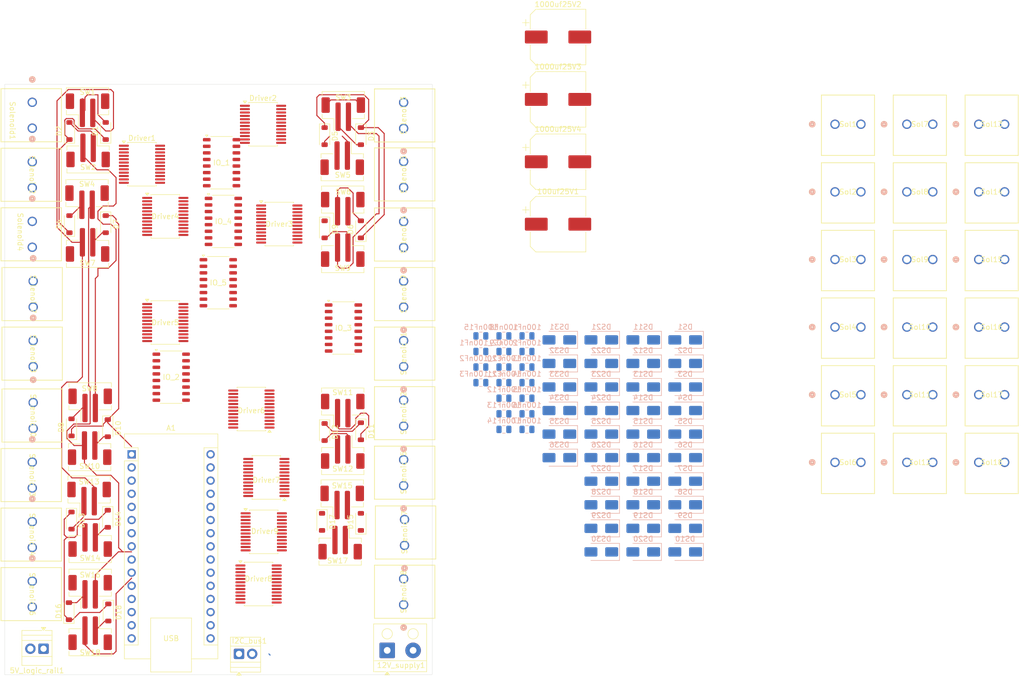
<source format=kicad_pcb>
(kicad_pcb (version 20241229) (generator "pcbnew") (generator_version "9.0")
  (layers (0 "F.Cu" signal) (4 "In1.Cu" signal "GND.Cu") (6 "In2.Cu" signal "12V.Cu") (2 "B.Cu" signal) (13 "F.Paste" user) (15 "B.Paste" user) (5 "F.SilkS" user "F.Silkscreen") (7 "B.SilkS" user "B.Silkscreen") (1 "F.Mask" user) (3 "B.Mask" user) (25 "Edge.Cuts" user))
  (net 0 "")
  (net 1 "5V")
  (net 2 "GND")
  (net 3 "12V")
  (net 6 "Row3")
  (net 8 "LATCH")
  (net 9 "DATA")
  (net 11 "Row4")
  (net 13 "PWM")
  (net 14 "Enable")
  (net 16 "Row2")
  (net 18 "SCL")
  (net 20 "Row1")
  (net 22 "Col1")
  (net 24 "Col3")
  (net 26 "SDA")
  (net 27 "Col2")
  (net 28 "CLOCK")
  (net 29 "Net-(D1-A)")
  (net 30 "Net-(D2-A)")
  (net 31 "Net-(D3-A)")
  (net 32 "Net-(D4-A)")
  (net 33 "Net-(D5-A)")
  (net 34 "Net-(D6-A)")
  (net 35 "Net-(D7-A)")
  (net 36 "Net-(D8-A)")
  (net 37 "Net-(D9-A)")
  (net 38 "Net-(D10-A)")
  (net 39 "Net-(D11-A)")
  (net 40 "Net-(D12-A)")
  (net 41 "Net-(D13-A)")
  (net 42 "Net-(D14-A)")
  (net 43 "Net-(D15-A)")
  (net 44 "Net-(D16-A)")
  (net 45 "Net-(D17-A)")
  (net 46 "Net-(D18-A)")
  (net 47 "S2_out1")
  (net 48 "S1_out2")
  (net 49 "S2_out2")
  (net 50 "S1_in1")
  (net 51 "S2_in2")
  (net 52 "S2_in1")
  (net 53 "S1_out1")
  (net 54 "S1_in2")
  (net 55 "S3_out2")
  (net 56 "S4_in1")
  (net 57 "S3_in2")
  (net 58 "S4_out2")
  (net 59 "S3_out1")
  (net 60 "S3_in1")
  (net 61 "S4_out1")
  (net 62 "S4_in2")
  (net 63 "S6_out2")
  (net 64 "S6_in2")
  (net 65 "S5_out1")
  (net 66 "S5_out2")
  (net 67 "S6_out1")
  (net 68 "S6_in1")
  (net 69 "S5_in2")
  (net 70 "S5_in1")
  (net 71 "S8_out1")
  (net 72 "S7_out2")
  (net 73 "S7_in2")
  (net 74 "S8_in2")
  (net 75 "S7_out1")
  (net 76 "S7_in1")
  (net 77 "S8_out2")
  (net 78 "S8_in1")
  (net 79 "S9_out1")
  (net 80 "S10_out2")
  (net 81 "S10_out1")
  (net 82 "S9_in2")
  (net 83 "S9_out2")
  (net 84 "S10_in1")
  (net 85 "S9_in1")
  (net 86 "S10_in2")
  (net 87 "S12_out1")
  (net 88 "S11_out1")
  (net 89 "S12_in2")
  (net 90 "S12_out2")
  (net 91 "S11_out2")
  (net 92 "S11_in2")
  (net 93 "S12_in1")
  (net 94 "S11_in1")
  (net 95 "S14_out1")
  (net 96 "S14_out2")
  (net 97 "S13_out2")
  (net 98 "S13_out1")
  (net 99 "S14_in2")
  (net 100 "S14_in1")
  (net 101 "S13_in1")
  (net 102 "S13_in2")
  (net 103 "S16_in2")
  (net 104 "S15_out2")
  (net 105 "S15_in1")
  (net 106 "S15_out1")
  (net 107 "S16_out2")
  (net 108 "S16_out1")
  (net 109 "S15_in2")
  (net 110 "S16_in1")
  (net 111 "S18_out1")
  (net 112 "S17_in1")
  (net 113 "S18_in1")
  (net 114 "S17_out1")
  (net 115 "S18_out2")
  (net 116 "S17_in2")
  (net 117 "S18_in2")
  (net 118 "S17_out2")
  (net 119 "Overflow1")
  (net 120 "Row6")
  (net 121 "Overflow2")
  (net 122 "Overflow3")
  (net 123 "Row5")
  (net 125 "Overflow4")
  (footprint "TerminalBlock_Phoenix:ScrewTerminal_Vertical_1935310" (layer "F.Cu") (at 114 88.5 90)
    (property "Reference" "Solenoid11")
    (property "Value" "Conn_01x02_Pin")
  )
  (footprint "Connector_JST:JST_PH_B2B-PH-SM4-TB_1x02-1MP_P2.00mm_Vertical" (layer "F.Cu") (at 102.35 39.75)
    (property "Reference" "SW3")
    (property "Value" "SW_Push" (hide yes))
  )
  (footprint "Package_SO:SSOP-24_5.3x8.2mm_P0.65mm" (layer "F.Cu") (at 86 130.5)
    (property "Reference" "Driver8")
    (property "Value" "TB6612FNG" (hide yes))
  )
  (footprint "Diode_SMD:D_SOD-123" (layer "F.Cu") (at 56.5 43 90)
    (property "Reference" "D1")
    (property "Value" "1N4148" (hide yes))
  )
  (footprint "TerminalBlock_Phoenix:ScrewTerminal_Vertical_1935310" (layer "F.Cu") (at 42.5 83.5 -90)
    (property "Reference" "Solenoid8")
    (property "Value" "Conn_01x02_Pin")
  )
  (footprint "Package_SO:SSOP-24_5.3x8.2mm_P0.65mm" (layer "F.Cu") (at 68 80)
    (property "Reference" "Driver5")
    (property "Value" "TB6612FNG" (hide yes))
  )
  (footprint "Capacitor_SMD:CP_Elec_10x12.5" (layer "F.Cu") (at 143.8 24.85)
    (property "Reference" "1000uf25V2")
    (property "Value" "C_Polarized")
  )
  (footprint "Diode_SMD:D_SOD-123" (layer "F.Cu") (at 56.9 117.9 -90)
    (property "Reference" "D14")
    (property "Value" "1N4148" (hide yes))
  )
  (footprint "TerminalBlock_Phoenix:ScrewTerminal_Vertical_1935310" (layer "F.Cu") (at 42.3275 37.455 -90)
    (property "Reference" "Solenoid1")
    (property "Value" "Conn_01x02_Pin")
  )
  (footprint "TerminalBlock:TerminalBlock_Xinya_XY308-2.54-2P_1x02_P2.54mm_Horizontal" (layer "F.Cu") (at 44.5 143 180)
    (property "Reference" "5V_logic_rail1")
    (property "Value" "Conn_01x01_Pin" (hide yes))
  )
  (footprint "Connector_JST:JST_PH_B2B-PH-SM4-TB_1x02-1MP_P2.00mm_Vertical" (layer "F.Cu") (at 52.9 56.75)
    (property "Reference" "SW4")
    (property "Value" "SW_Push" (hide yes))
  )
  (footprint "Diode_SMD:D_SOD-123" (layer "F.Cu") (at 49.9 118.25 -90)
    (property "Reference" "D13")
    (property "Value" "1N4148" (hide yes))
  )
  (footprint "TerminalBlock_Phoenix:ScrewTerminal_Vertical_1935310" (layer "F.Cu") (at 42.3275 106.955 -90)
    (property "Reference" "Solenoid13")
    (property "Value" "Conn_01x02_Pin")
  )
  (footprint "TerminalBlock_Phoenix:ScrewTerminal_Vertical_1935310" (layer "F.Cu") (at 42.3275 129.955 -90)
    (property "Reference" "Solenoid16")
    (property "Value" "Conn_01x02_Pin")
  )
  (footprint "TerminalBlock_Phoenix:ScrewTerminal_Vertical_1935310" (layer "F.Cu") (at 114 100 90)
    (property "Reference" "Solenoid12")
    (property "Value" "Conn_01x02_Pin")
  )
  (footprint "TerminalBlock_Phoenix:ScrewTerminal_Vertical_1935310" (layer "F.Cu") (at 197.2596 93.9396)
    (property "Reference" "Sol5")
    (property "Value" "Conn_01x02_Pin")
  )
  (footprint "TerminalBlock_Altech:Altech_AK100_1x02_P5.00mm" (layer "F.Cu") (at 110.8275 143.3225)
    (property "Reference" "12V_supply1")
    (property "Value" "Conn_01x02_Pin" (hide yes))
  )
  (footprint "Diode_SMD:D_SOD-123" (layer "F.Cu") (at 105.75 44 -90)
    (property "Reference" "D3")
    (property "Value" "1N4148" (hide yes))
  )
  (footprint "TerminalBlock_Phoenix:ScrewTerminal_Vertical_1935310" (layer "F.Cu") (at 225 107)
    (property "Reference" "Sol18")
    (property "Value" "Conn_01x02_Pin")
  )
  (footprint "Connector_JST:JST_PH_B2B-PH-SM4-TB_1x02-1MP_P2.00mm_Vertical" (layer "F.Cu") (at 102.25 58)
    (property "Reference" "SW6")
    (property "Value" "SW_Push" (hide yes))
  )
  (footprint "TerminalBlock_Phoenix:ScrewTerminal_Vertical_1935310" (layer "F.Cu") (at 211.1298 67.8188)
    (property "Reference" "Sol9")
    (property "Value" "Conn_01x02_Pin")
  )
  (footprint "TerminalBlock_Phoenix:ScrewTerminal_Vertical_1935310" (layer "F.Cu") (at 225 93.9396)
    (property "Reference" "Sol17")
    (property "Value" "Conn_01x02_Pin")
  )
  (footprint "Diode_SMD:D_SOD-123" (layer "F.Cu") (at 56.5 61 -90)
    (property "Reference" "D7")
    (property "Value" "1N4148" (hide yes))
  )
  (footprint "Capacitor_SMD:CP_Elec_10x12.5" (layer "F.Cu") (at 143.8 48.95)
    (property "Reference" "1000uf25V4")
    (property "Value" "C_Polarized")
  )
  (footprint "Connector_JST:JST_PH_B2B-PH-SM4-TB_1x02-1MP_P2.00mm_Vertical" (layer "F.Cu") (at 101.75 122.5 180)
    (property "Reference" "SW17")
    (property "Value" "SW_Push" (hide yes))
  )
  (footprint "Connector_JST:JST_PH_B2B-PH-SM4-TB_1x02-1MP_P2.00mm_Vertical" (layer "F.Cu") (at 53.5 96)
    (property "Reference" "SW8")
    (property "Value" "SW_Push" (hide yes))
  )
  (footprint "Diode_SMD:D_SOD-123" (layer "F.Cu") (at 57 136 -90)
    (property "Reference" "D18")
    (property "Value" "1N4148" (hide yes))
  )
  (footprint "Connector_JST:JST_PH_B2B-PH-SM4-TB_1x02-1MP_P2.00mm_Vertical" (layer "F.Cu") (at 102.15 48.25 180)
    (property "Reference" "SW5")
    (property "Value" "SW_Push" (hide yes))
  )
  (footprint "TerminalBlock_Phoenix:ScrewTerminal_Vertical_1935310" (layer "F.Cu") (at 225 67.8188)
    (property "Reference" "Sol15")
    (property "Value" "Conn_01x02_Pin")
  )
  (footprint "Connector_JST:JST_PH_B2B-PH-SM4-TB_1x02-1MP_P2.00mm_Vertical" (layer "F.Cu") (at 102.25 66 180)
    (property "Reference" "SW9")
    (property "Value" "SW_Push" (hide yes))
  )
  (footprint "Connector_JST:JST_PH_B2B-PH-SM4-TB_1x02-1MP_P2.00mm_Vertical" (layer "F.Cu") (at 102.25 105 180)
    (property "Reference" "SW12")
    (property "Value" "SW_Push" (hide yes))
  )
  (footprint "Package_SO:SSOP-24_5.3x8.2mm_P0.65mm" (layer "F.Cu") (at 84.615 96.71 180)
    (property "Reference" "Driver6")
    (property "Value" "TB6612FNG" (hide yes))
  )
  (footprint "Package_SO:JEITA_SOIC-16_3.9x9.9mm_P1.27mm" (layer "F.Cu") (at 78.8625 49.135)
    (property "Reference" "IO_1")
    (property "Value" "74HC595" (hide yes))
  )
  (footprint "Package_SO:SSOP-24_5.3x8.2mm_P0.65mm" (layer "F.Cu") (at 87.5 109.925 180)
    (property "Reference" "Driver7")
    (property "Value" "TB6612FNG" (hide yes))
  )
  (footprint "Connector_JST:JST_PH_B2B-PH-SM4-TB_1x02-1MP_P2.00mm_Vertical" (layer "F.Cu") (at 53.5 122 180)
    (property "Reference" "SW14")
    (property "Value" "SW_Push" (hide yes))
  )
  (footprint "TerminalBlock_Phoenix:ScrewTerminal_Vertical_1935310" (layer "F.Cu") (at 225 41.698)
    (property "Reference" "Sol13")
    (property "Value" "Conn_01x02_Pin")
  )
  (footprint "Diode_SMD:D_SOD-123" (layer "F.Cu") (at 98.75 62 -90)
    (property "Reference" "D9")
    (property "Value" "1N4148" (hide yes))
  )
  (footprint "Package_SO:SSOP-24_5.3x8.2mm_P0.65mm" (layer "F.Cu") (at 86.8625 41.71)
    (property "Reference" "Driver2")
    (property "Value" "TB6612FNG" (hide yes))
  )
  (footprint "Package_SO:SSOP-24_5.3x8.2mm_P0.65mm" (layer "F.Cu") (at 68 59.5)
    (property "Reference" "Driver4")
    (property "Value" "TB6612FNG" (hide yes))
  )
  (footprint "TerminalBlock_Phoenix:ScrewTerminal_Vertical_1935310" (layer "F.Cu") (at 114 42.5 90)
    (property "Reference" "Solenoid3")
    (property "Value" "Conn_01x02_Pin")
  )
  (footprint "TerminalBlock_Phoenix:ScrewTerminal_Vertical_1935310" (layer "F.Cu") (at 114 53.8951 90)
    (property "Reference" "Solenoid5")
    (property "Value" "Conn_01x02_Pin")
  )
  (footprint "TerminalBlock_Phoenix:ScrewTerminal_Vertical_1935310" (layer "F.Cu") (at 114 111.5 90)
    (property "Reference" "Solenoid15")
    (property "Value" "Conn_01x02_Pin")
  )
  (footprint "Connector_JST:JST_PH_B2B-PH-SM4-TB_1x02-1MP_P2.00mm_Vertical" (layer "F.Cu") (at 53.4 104.25 180)
    (property "Reference" "SW10")
    (property "Value" "SW_Push" (hide yes))
  )
  (footprint "TerminalBlock_Phoenix:ScrewTerminal_Vertical_1935310" (layer "F.Cu") (at 225 54.7584)
    (property "Reference" "Sol14")
    (property "Value" "Conn_01x02_Pin")
  )
  (footprint "TerminalBlock_Phoenix:ScrewTerminal_Vertical_1935310" (layer "F.Cu") (at 211.1298 54.7584)
    (property "Reference" "Sol8")
    (property "Value" "Conn_01x02_Pin")
  )
  (footprint "Connector_JST:JST_PH_B2B-PH-SM4-TB_1x02-1MP_P2.00mm_Vertical" (layer "F.Cu") (at 102.15 114.75)
    (property "Reference" "SW15")
    (property "Value" "SW_Push" (hide yes))
  )
  (footprint "TerminalBlock_Phoenix:ScrewTerminal_Vertical_1935310" (layer "F.Cu") (at 114 65.5 90)
    (property "Reference" "Solenoid6")
    (property "Value" "Conn_01x02_Pin")
  )
  (footprint "Connector_JST:JST_PH_B2B-PH-SM4-TB_1x02-1MP_P2.00mm_Vertical" (layer "F.Cu") (at 53.5 140 180)
    (property "Reference" "SW18")
    (property "Value" "SW_Push" (hide yes))
  )
  (footprint "Package_SO:SSOP-24_5.3x8.2mm_P0.65mm" (layer "F.Cu") (at 63.5 49.425)
    (property "Reference" "Driver1")
    (property "Value" "TB6612FNG" (hide yes))
  )
  (footprint "Connector_JST:JST_PH_B2B-PH-SM4-TB_1x02-1MP_P2.00mm_Vertical" (layer "F.Cu") (at 53.5 132)
    (property "Reference" "SW16")
    (property "Value" "SW_Push" (hide yes))
  )
  (footprint "Package_SO:SSOP-24_5.3x8.2mm_P0.65mm" (layer "F.Cu") (at 87 120.425)
    (property "Reference" "Driver9")
    (property "Value" "TB6612FNG" (hide yes))
  )
  (footprint "Diode_SMD:D_SOD-123" (layer "F.Cu") (at 56.9 100.4 -90)
    (property "Reference" "D10")
    (property "Value" "1N4148" (hide yes))
  )
  (footprint "TerminalBlock_Phoenix:ScrewTerminal_Vertical_1935310" (layer "F.Cu") (at 42.5 72 -90)
    (property "Reference" "Solenoid7")
    (property "Value" "Conn_01x02_Pin")
  )
  (footprint "TerminalBlock_Phoenix:ScrewTerminal_Vertical_1935310" (layer "F.Cu") (at 197.2596 54.7584)
    (property "Reference" "Sol2")
    (property "Value" "Conn_01x02_Pin")
  )
  (footprint "Diode_SMD:D_SOD-123" (layer "F.Cu") (at 98.25 118.5 -90)
    (property "Reference" "D17")
    (property "Value" "1N4148" (hide yes))
  )
  (footprint "TerminalBlock_Phoenix:ScrewTerminal_Vertical_1935310" (layer "F.Cu") (at 211.1298 41.698)
    (property "Reference" "Sol7")
    (property "Value" "Conn_01x02_Pin")
  )
  (footprint "Connector_JST:JST_PH_B2B-PH-SM4-TB_1x02-1MP_P2.00mm_Vertical" (layer "F.Cu") (at 53.1 46.75 180)
    (property "Reference" "SW2")
    (property "Value" "SW_Push" (hide yes))
  )
  (footprint "Connector_JST:JST_PH_B2B-PH-SM4-TB_1x02-1MP_P2.00mm_Vertical" (layer "F.Cu") (at 53 65 180)
    (property "Reference" "SW7")
    (property "Value" "SW_Push" (hide yes))
  )
  (footprint "TerminalBlock_Phoenix:ScrewTerminal_Vertical_1935310" (layer "F.Cu") (at 197.2596 41.698)
    (property "Reference" "Sol1")
    (property "Value" "Conn_01x02_Pin")
  )
  (footprint "Diode_SMD:D_SOD-123" (layer "F.Cu") (at 49.5 43 90)
    (property "Reference" "D2")
    (property "Value" "1N4148" (hide yes))
  )
  (footprint "Connector_JST:JST_PH_B2B-PH-SM4-TB_1x02-1MP_P2.00mm_Vertical" (layer "F.Cu") (at 53 39)
    (property "Reference" "SW1")
    (property "Value" "SW_Push" (hide yes))
  )
  (footprint "Package_SO:JEITA_SOIC-16_3.9x9.9mm_P1.27mm" (layer "F.Cu") (at 78.225 72.31)
    (property "Reference" "IO_5")
    (property "Value" "74HC595" (hide yes))
  )
  (footprint "Package_SO:JEITA_SOIC-16_3.9x9.9mm_P1.27mm" (layer "F.Cu") (at 79.21 60.465)
    (property "Reference" "IO_4")
    (property "Value" "74HC595" (hide yes))
  )
  (footprint "TerminalBlock_Phoenix:ScrewTerminal_Vertical_1935310" (layer "F.Cu") (at 42.3275 48.955 -90)
    (property "Reference" "Solenoid2")
    (property "Value" "Conn_01x02_Pin")
  )
  (footprint "Diode_SMD:D_SOD-123" (layer "F.Cu") (at 49.4 135.75 90)
    (property "Reference" "D16")
    (property "Value" "1N4148" (hide yes))
  )
  (footprint "TerminalBlock_Phoenix:ScrewTerminal_Vertical_1935310" (layer "F.Cu") (at 211.1298 107)
    (property "Reference" "Sol12")
    (property "Value" "Conn_01x02_Pin")
  )
  (footprint "Capacitor_SMD:CP_Elec_10x12.5" (layer "F.Cu") (at 143.8 61)
    (property "Reference" "100uf25V1")
    (property "Value" "C_Polarized")
  )
  (footprint "TerminalBlock:TerminalBlock_Xinya_XY308-2.54-2P_1x02_P2.54mm_Horizontal" (layer "F.Cu") (at 82.225 144)
    (property "Reference" "I2C_bus1")
    (property "Value" "Conn_01x02_Pin" (hide yes))
  )
  (footprint "Connector_JST:JST_PH_B2B-PH-SM4-TB_1x02-1MP_P2.00mm_Vertical" (layer "F.Cu") (at 53.3 114)
    (property "Reference" "SW13")
    (property "Value" "SW_Push" (hide yes))
  )
  (footprint "Diode_SMD:D_SOD-123" (layer "F.Cu") (at 49.9 100.25 90)
    (property "Reference" "D8")
    (property "Value" "1N4148" (hide yes))
  )
  (footprint "TerminalBlock_Phoenix:ScrewTerminal_Vertical_1935310" (layer "F.Cu") (at 114 134.5 90)
    (property "Reference" "Solenoid18")
    (property "Value" "Conn_01x02_Pin")
  )
  (footprint "TerminalBlock_Phoenix:ScrewTerminal_Vertical_1935310" (layer "F.Cu") (at 114.1725 123.045 90)
    (property "Reference" "Solenoid17")
    (property "Value" "Conn_01x02_Pin")
  )
  (footprint "TerminalBlock_Phoenix:ScrewTerminal_Vertical_1935310" (layer "F.Cu") (at 42.3275 118.455 -90)
    (property "Reference" "Solenoid14")
    (property "Value" "Conn_01x02_Pin")
  )
  (footprint "Diode_SMD:D_SOD-123" (layer "F.Cu") (at 105.75 118.5 90)
    (property "Reference" "D15")
    (property "Value" "1N4148" (hide yes))
  )
  (footprint "TerminalBlock_Phoenix:ScrewTerminal_Vertical_1935310" (layer "F.Cu") (at 197.2596 67.8188)
    (property "Reference" "Sol3")
    (property "Value" "Conn_01x02_Pin")
  )
  (footprint "Package_SO:SSOP-24_5.3x8.2mm_P0.65mm" (layer "F.Cu") (at 90 60.975)
    (property "Reference" "Driver3")
    (property "Value" "TB6612FNG" (hide yes))
  )
  (footprint "Module:Arduino_Nano" (layer "F.Cu") (at 61.5 105.45)
    (property "Reference" "A1")
    (property "Value" "Arduino_Nano_v3.x")
  )
  (footprint "TerminalBlock_Phoenix:ScrewTerminal_Vertical_1935310" (layer "F.Cu") (at 114 77 90)
    (property "Reference" "Solenoid9")
    (property "Value" "Conn_01x02_Pin")
  )
  (footprint "Diode_SMD:D_SOD-123" (layer "F.Cu") (at 98.75 44 -90)
    (property "Reference" "D5")
    (property "Value" "1N4148" (hide yes))
  )
  (footprint "Diode_SMD:D_SOD-123" (layer "F.Cu") (at 105.75 101 -90)
    (property "Reference" "D11")
    (property "Value" "1N4148" (hide yes))
  )
  (footprint "Connector_JST:JST_PH_B2B-PH-SM4-TB_1x02-1MP_P2.00mm_Vertical" (layer "F.Cu") (at 102.25 97)
    (property "Reference" "SW11")
    (property "Value" "SW_Push" (hide yes))
  )
  (footprint "TerminalBlock_Phoenix:ScrewTerminal_Vertical_1935310" (layer "F.Cu") (at 42.5 95.455 -90)
    (property "Reference" "Solenoid10")
    (property "Value" "Conn_01x02_Pin")
  )
  (footprint "TerminalBlock_Phoenix:ScrewTerminal_Vertical_1935310" (layer "F.Cu") (at 211.1298 93.9396)
    (property "Reference" "Sol11")
    (property "Value" "Conn_01x02_Pin")
  )
  (footprint "TerminalBlock_Phoenix:ScrewTerminal_Vertical_1935310" (layer "F.Cu") (at 197.2596 107)
    (property "Reference" "Sol6")
    (property "Value" "Conn_01x02_Pin")
  )
  (footprint "TerminalBlock_Phoenix:ScrewTerminal_Vertical_1935310" (layer "F.Cu") (at 42.3275 60.455 -90)
    (property "Reference" "Solenoid4")
    (property "Value" "Conn_01x02_Pin")
  )
  (footprint "Diode_SMD:D_SOD-123" (layer "F.Cu") (at 105.75 62 90)
    (property "Reference" "D6")
    (property "Value" "1N4148" (hide yes))
  )
  (footprint "TerminalBlock_Phoenix:ScrewTerminal_Vertical_1935310" (layer "F.Cu") (at 225 80.8792)
    (property "Reference" "Sol16")
    (property "Value" "Conn_01x02_Pin")
  )
  (footprint "Capacitor_SMD:CP_Elec_10x12.5" (layer "F.Cu") (at 143.8 36.9)
    (property "Reference" "1000uf25V3")
    (property "Value" "C_Polarized")
  )
  (footprint "Package_SO:JEITA_SOIC-16_3.9x9.9mm_P1.27mm" (layer "F.Cu") (at 69.1375 90.555)
    (property "Reference" "IO_2")
    (property "Value" "74HC595" (hide yes))
  )
  (footprint "Package_SO:JEITA_SOIC-16_3.9x9.9mm_P1.27mm" (layer "F.Cu") (at 102.3875 81.055)
    (property "Reference" "IO_3")
    (property "Value" "74HC595" (hide yes))
  )
  (footprint "TerminalBlock_Phoenix:ScrewTerminal_Vertical_1935310" (layer "F.Cu") (at 197.2596 80.8792)
    (property "Reference" "Sol4")
    (property "Value" "Conn_01x02_Pin")
  )
  (footprint "TerminalBlock_Phoenix:ScrewTerminal_Vertical_1935310" (layer "F.Cu") (at 211.1298 80.8792)
    (property "Reference" "Sol10")
    (property "Value" "Conn_01x02_Pin")
  )
  (footprint "Diode_SMD:D_SOD-123" (layer "F.Cu") (at 98.75 101.15 -90)
    (property "Reference" "D12")
    (property "Value" "1N4148" (hide yes))
  )
  (footprint "Diode_SMD:D_SOD-123" (layer "F.Cu") (at 49.5 61 90)
    (property "Reference" "D4")
    (property "Value" "1N4148" (hide yes))
  )
  (footprint "Diode_SMD:D_SMA" (layer "B.Cu") (at 152.150238 87.9 180)
    (property "Reference" "DS22")
    (property "Value" "D_Schottky")
  )
  (footprint "Diode_SMD:D_SMA" (layer "B.Cu") (at 168.340238 124.3 180)
    (property "Reference" "DS10")
    (property "Value" "D_Schottky")
  )
  (footprint "Diode_SMD:D_SMA" (layer "B.Cu") (at 168.340238 115.2 180)
    (property "Reference" "DS8")
    (property "Value" "D_Schottky")
  )
  (footprint "Diode_SMD:D_SMA" (layer "B.Cu") (at 152.150238 110.65 180)
    (property "Reference" "DS27")
    (property "Value" "D_Schottky")
  )
  (footprint "Capacitor_SMD:C_0805_2012Metric" (layer "B.Cu") (at 133.355238 91.61 180)
    (property "Reference" "100nF11")
    (property "Value" "C")
  )
  (footprint "Diode_SMD:D_SMA" (layer "B.Cu") (at 168.340238 119.75 180)
    (property "Reference" "DS9")
    (property "Value" "D_Schottky")
  )
  (footprint "Capacitor_SMD:C_0805_2012Metric" (layer "B.Cu") (at 137.805238 100.64 180)
    (property "Reference" "100nF7")
    (property "Value" "C")
  )
  (footprint "Diode_SMD:D_SMA" (layer "B.Cu") (at 144.055238 106.1 180)
    (property "Reference" "DS36")
    (property "Value" "D_Schottky")
  )
  (footprint "Diode_SMD:D_SMA" (layer "B.Cu") (at 152.150238 106.1 180)
    (property "Reference" "DS26")
    (property "Value" "D_Schottky")
  )
  (footprint "Capacitor_SMD:C_0805_2012Metric" (layer "B.Cu") (at 137.805238 91.61 180)
    (property "Reference" "100nF4")
    (property "Value" "C")
  )
  (footprint "Diode_SMD:D_SMA" (layer "B.Cu") (at 160.245238 87.9 180)
    (property "Reference" "DS12")
    (property "Value" "D_Schottky")
  )
  (footprint "Diode_SMD:D_SMA" (layer "B.Cu") (at 168.340238 101.55 180)
    (property "Reference" "DS5")
    (property "Value" "D_Schottky")
  )
  (footprint "Diode_SMD:D_SMA" (layer "B.Cu") (at 160.245238 101.55 180)
    (property "Reference" "DS15")
    (property "Value" "D_Schottky")
  )
  (footprint "Diode_SMD:D_SMA" (layer "B.Cu") (at 160.245238 119.75 180)
    (property "Reference" "DS19")
    (property "Value" "D_Schottky")
  )
  (footprint "Diode_SMD:D_SMA" (layer "B.Cu") (at 152.150238 124.3 180)
    (property "Reference" "DS30")
    (property "Value" "D_Schottky")
  )
  (footprint "Capacitor_SMD:C_0805_2012Metric" (layer "B.Cu") (at 137.805238 85.59 180)
    (property "Reference" "100nF2")
    (property "Value" "C")
  )
  (footprint "Capacitor_SMD:C_0805_2012Metric" (layer "B.Cu") (at 137.805238 82.58 180)
    (property "Reference" "100nF1")
    (property "Value" "C")
  )
  (footprint "Capacitor_SMD:C_0805_2012Metric" (layer "B.Cu") (at 133.355238 82.58 180)
    (property "Reference" "100nF8")
    (property "Value" "C")
  )
  (footprint "Diode_SMD:D_SMA" (layer "B.Cu") (at 168.340238 110.65 180)
    (property "Reference" "DS7")
    (property "Value" "D_Schottky")
  )
  (footprint "Diode_SMD:D_SMA" (layer "B.Cu") (at 168.340238 83.35 180)
    (property "Reference" "DS1")
    (property "Value" "D_Schottky")
  )
  (footprint "Capacitor_SMD:C_0805_2012Metric" (layer "B.Cu") (at 128.905238 82.58 180)
    (property "Reference" "100nF15")
    (property "Value" "C")
  )
  (footprint "Diode_SMD:D_SMA" (layer "B.Cu") (at 144.055238 101.55 180)
    (property "Reference" "DS35")
    (property "Value" "D_Schottky")
  )
  (footprint "Diode_SMD:D_SMA" (layer "B.Cu") (at 152.150238 97 180)
    (property "Reference" "DS24")
    (property "Value" "D_Schottky")
  )
  (footprint "Capacitor_SMD:C_0805_2012Metric" (layer "B.Cu") (at 128.905238 85.59 180)
    (property "Reference" "C2_100nF1")
    (property "Value" "C")
  )
  (footprint "Capacitor_SMD:C_0805_2012Metric" (layer "B.Cu") (at 137.805238 97.63 180)
    (property "Reference" "100nF6")
    (property "Value" "C")
  )
  (footprint "Diode_SMD:D_SMA" (layer "B.Cu") (at 168.340238 92.45 180)
    (property "Reference" "DS3")
    (property "Value" "D_Schottky")
  )
  (footprint "Capacitor_SMD:C_0805_2012Metric" (layer "B.Cu") (at 133.355238 97.63 180)
    (property "Reference" "100nF13")
    (property "Value" "C")
  )
  (footprint "Diode_SMD:D_SMA" (layer "B.Cu") (at 160.245238 110.65 180)
    (property "Reference" "DS17")
    (property "Value" "D_Schottky")
  )
  (footprint "Capacitor_SMD:C_0805_2012Metric" (layer "B.Cu") (at 137.805238 88.6 180)
    (property "Reference" "100nF3")
    (property "Value" "C")
  )
  (footprint "Diode_SMD:D_SMA" (layer "B.Cu") (at 168.340238 106.1 180)
    (property "Reference" "DS6")
    (property "Value" "D_Schottky")
  )
  (footprint "Capacitor_SMD:C_0805_2012Metric" (layer "B.Cu") (at 133.355238 85.59 180)
    (property "Reference" "100nF9")
    (property "Value" "C")
  )
  (footprint "Capacitor_SMD:C_0805_2012Metric" (layer "B.Cu") (at 128.905238 88.6 180)
    (property "Reference" "C2_100nF2")
    (property "Value" "C")
  )
  (footprint "Diode_SMD:D_SMA" (layer "B.Cu") (at 144.055238 97 180)
    (property "Reference" "DS34")
    (property "Value" "D_Schottky")
  )
  (footprint "Diode_SMD:D_SMA" (layer "B.Cu") (at 160.245238 92.45 180)
    (property "Reference" "DS13")
    (property "Value" "D_Schottky")
  )
  (footprint "Diode_SMD:D_SMA" (layer "B.Cu") (at 152.150238 115.2 180)
    (property "Reference" "DS28")
    (property "Value" "D_Schottky")
  )
  (footprint "Diode_SMD:D_SMA" (layer "B.Cu") (at 152.150238 101.55 180)
    (property "Reference" "DS25")
    (property "Value" "D_Schottky")
  )
  (footprint "Diode_SMD:D_SMA" (layer "B.Cu") (at 160.245238 97 180)
    (property "Reference" "DS14")
    (property "Value" "D_Schottky")
  )
  (footprint "Capacitor_SMD:C_0805_2012Metric" (layer "B.Cu") (at 137.805238 94.62 180)
    (property "Reference" "100nF5")
    (property "Value" "C")
  )
  (footprint "Diode_SMD:D_SMA" (layer "B.Cu") (at 144.055238 83.35 180)
    (property "Reference" "DS31")
    (property "Value" "D_Schottky")
  )
  (footprint "Diode_SMD:D_SMA" (layer "B.Cu") (at 168.340238 87.9 180)
    (property "Reference" "DS2")
    (property "Value" "D_Schottky")
  )
  (footprint "Diode_SMD:D_SMA" (layer "B.Cu") (at 168.340238 97 180)
    (property "Reference" "DS4")
    (property "Value" "D_Schottky")
  )
  (footprint "Diode_SMD:D_SMA" (layer "B.Cu") (at 160.245238 115.2 180)
    (property "Reference" "DS18")
    (property "Value" "D_Schottky")
  )
  (footprint "Diode_SMD:D_SMA" (layer "B.Cu") (at 160.245238 106.1 180)
    (property "Reference" "DS16")
    (property "Value" "D_Schottky")
  )
  (footprint "Diode_SMD:D_SMA" (layer "B.Cu") (at 144.055238 87.9 180)
    (property "Reference" "DS32")
    (property "Value" "D_Schottky")
  )
  (footprint "Diode_SMD:D_SMA" (layer "B.Cu") (at 152.150238 119.75 180)
    (property "Reference" "DS29")
    (property "Value" "D_Schottky")
  )
  (footprint "Diode_SMD:D_SMA" (layer "B.Cu") (at 152.150238 83.35 180)
    (property "Reference" "DS21")
    (property "Value" "D_Schottky")
  )
  (footprint "Capacitor_SMD:C_0805_2012Metric" (layer "B.Cu") (at 133.355238 94.62 180)
    (property "Reference" "100nF12")
    (property "Value" "C")
  )
  (footprint "Diode_SMD:D_SMA" (layer "B.Cu") (at 160.245238 124.3 180)
    (property "Reference" "DS20")
    (property "Value" "D_Schottky")
  )
  (footprint "Capacitor_SMD:C_0805_2012Metric" (layer "B.Cu") (at 133.355238 88.6 180)
    (property "Reference" "100nF10")
    (property "Value" "C")
  )
  (footprint "Diode_SMD:D_SMA" (layer "B.Cu") (at 144.055238 92.45 180)
    (property "Reference" "DS33")
    (property "Value" "D_Schottky")
  )
  (footprint "Diode_SMD:D_SMA" (layer "B.Cu") (at 152.150238 92.45 180)
    (property "Reference" "DS23")
    (property "Value" "D_Schottky")
  )
  (footprint "Diode_SMD:D_SMA" (layer "B.Cu") (at 160.245238 83.35 180)
    (property "Reference" "DS11")
    (property "Value" "D_Schottky")
  )
  (footprint "Capacitor_SMD:C_0805_2012Metric" (layer "B.Cu") (at 133.355238 100.64 180)
    (property "Reference" "100nF14")
    (property "Value" "C")
  )
  (footprint "Capacitor_SMD:C_0805_2012Metric" (layer "B.Cu") (at 128.905238 91.61 180)
    (property "Reference" "C2_100nF3")
    (property "Value" "C")
  )
  (gr_line (start 42.3275 48) (end 42.3275 48.955) (stroke (width 0.2)) (layer "F.Cu") (net 49))
  (gr_rect (start 37 34) (end 119.5 148) (stroke (width 0.05)) (fill no) (layer "Edge.Cuts"))
  (segment (start 98.95 38) (end 99.95 37) (width 0.2) (layer "F.Cu") (net 0))
  (segment (start 99.95 37) (end 104.75 37) (width 0.2) (layer "F.Cu") (net 0))
  (segment (start 104.75 37) (end 105.75 38) (width 0.2) (layer "F.Cu") (net 0))
  (segment (start 109.25 59) (end 108.75 59) (width 0.2) (layer "F.Cu") (net 6))
  (segment (start 105.25 43.5) (end 108.75 43.5) (width 0.2) (layer "F.Cu") (net 6))
  (segment (start 108.75 59) (end 104.25 63.5) (width 0.2) (layer "F.Cu") (net 6))
  (segment (start 103.35 41.6) (end 105.25 43.5) (width 0.2) (layer "F.Cu") (net 6))
  (segment (start 104.25 68.5) (end 103.25 69.5) (width 0.2) (layer "F.Cu") (net 6))
  (segment (start 108.75 43.5) (end 109.25 44) (width 0.2) (layer "F.Cu") (net 6))
  (segment (start 103.35 40.25) (end 103.35 41.6) (width 0.2) (layer "F.Cu") (net 6))
  (segment (start 109.25 44) (end 109.25 59) (width 0.2) (layer "F.Cu") (net 6))
  (segment (start 103.25 69.5) (end 101.75 69.5) (width 0.2) (layer "F.Cu") (net 6))
  (segment (start 104.25 63.5) (end 104.25 68.5) (width 0.2) (layer "F.Cu") (net 6))
  (segment (start 101.25 69) (end 101.25 65.5) (width 0.2) (layer "F.Cu") (net 6))
  (segment (start 101.75 69.5) (end 101.25 69) (width 0.2) (layer "F.Cu") (net 6))
  (segment (start 59 111) (end 59 123.5) (width 0.2) (layer "F.Cu") (net 11))
  (segment (start 53.9 57.25) (end 53.199 57.951) (width 0.2) (layer "F.Cu") (net 11))
  (segment (start 58.95616 124.28) (end 59.78 124.28) (width 0.2) (layer "F.Cu") (net 11))
  (segment (start 59.78 124.28) (end 61.5 124.28) (width 0.2) (layer "F.Cu") (net 11))
  (segment (start 50.3339 99.599) (end 48.999 100.9339) (width 0.2) (layer "F.Cu") (net 11))
  (segment (start 53.5 92.5) (end 53.5 99.5) (width 0.2) (layer "F.Cu") (net 11))
  (segment (start 53.5 99.5) (end 53.401 99.599) (width 0.2) (layer "F.Cu") (net 11))
  (segment (start 57.5 109.5) (end 59 111) (width 0.2) (layer "F.Cu") (net 11))
  (segment (start 54.5 128.73616) (end 58.95616 124.28) (width 0.2) (layer "F.Cu") (net 11))
  (segment (start 54.5 132.5) (end 54.5 128.73616) (width 0.2) (layer "F.Cu") (net 11))
  (segment (start 53.199 57.951) (end 53.199 92.199) (width 0.2) (layer "F.Cu") (net 11))
  (segment (start 54.749 109.5) (end 57.5 109.5) (width 0.2) (layer "F.Cu") (net 11))
  (segment (start 52.4 103.75) (end 52.4 107.151) (width 0.2) (layer "F.Cu") (net 11))
  (segment (start 53.401 99.599) (end 50.3339 99.599) (width 0.2) (layer "F.Cu") (net 11))
  (segment (start 53.199 92.199) (end 53.5 92.5) (width 0.2) (layer "F.Cu") (net 11))
  (segment (start 50.39989 103.75) (end 52.4 103.75) (width 0.2) (layer "F.Cu") (net 11))
  (segment (start 48.999 100.9339) (end 48.999 102.34911) (width 0.2) (layer "F.Cu") (net 11))
  (segment (start 59 123.5) (end 59.78 124.28) (width 0.2) (layer "F.Cu") (net 11))
  (segment (start 52.4 107.151) (end 54.749 109.5) (width 0.2) (layer "F.Cu") (net 11))
  (segment (start 48.999 102.34911) (end 50.39989 103.75) (width 0.2) (layer "F.Cu") (net 11))
  (segment (start 58.5 52) (end 58.5 57) (width 0.2) (layer "F.Cu") (net 16))
  (segment (start 57 69.5) (end 55 69.5) (width 0.2) (layer "F.Cu") (net 16))
  (segment (start 52.1 47.78616) (end 54.81384 50.5) (width 0.2) (layer "F.Cu") (net 16))
  (segment (start 55 71) (end 54.5 71.5) (width 0.2) (layer "F.Cu") (net 16))
  (segment (start 58 57.5) (end 56 57.5) (width 0.2) (layer "F.Cu") (net 16))
  (segment (start 58.5 62) (end 58.5 68) (width 0.2) (layer "F.Cu") (net 16))
  (segment (start 56 57.5) (end 55 58.5) (width 0.2) (layer "F.Cu") (net 16))
  (segment (start 55 58.5) (end 55 60) (width 0.2) (layer "F.Cu") (net 16))
  (segment (start 54.81384 50.5) (end 57 50.5) (width 0.2) (layer "F.Cu") (net 16))
  (segment (start 56 61) (end 57.5 61) (width 0.2) (layer "F.Cu") (net 16))
  (segment (start 57 50.5) (end 58.5 52) (width 0.2) (layer "F.Cu") (net 16))
  (segment (start 55 60) (end 56 61) (width 0.2) (layer "F.Cu") (net 16))
  (segment (start 55 69.5) (end 55 71) (width 0.2) (layer "F.Cu") (net 16))
  (segment (start 58.5 57) (end 58 57.5) (width 0.2) (layer "F.Cu") (net 16))
  (segment (start 58.5 68) (end 57 69.5) (width 0.2) (layer "F.Cu") (net 16))
  (segment (start 57.5 61) (end 58.5 62) (width 0.2) (layer "F.Cu") (net 16))
  (segment (start 54.5 71.5) (end 54.5 96.5) (width 0.2) (layer "F.Cu") (net 16))
  (segment (start 52.1 46.25) (end 52.1 47.78616) (width 0.2) (layer "F.Cu") (net 16))
  (segment (start 88.2175 144.2175) (end 88 144) (width 0.2) (layer "B.Cu") (net 18))
  (segment (start 88.2175 144.235) (end 88.2175 144.2175) (width 0.2) (layer "B.Cu") (net 18))
  (segment (start 58 35.5) (end 58 42.5) (width 0.2) (layer "F.Cu") (net 20))
  (segment (start 52.5 110) (end 54.3 111.8) (width 0.2) (layer "F.Cu") (net 20))
  (segment (start 58 42.5) (end 57.5 43) (width 0.2) (layer "F.Cu") (net 20))
  (segment (start 50 110) (end 52.5 110) (width 0.2) (layer "F.Cu") (net 20))
  (segment (start 49.99989 64.5) (end 47.099 61.59911) (width 0.2) (layer "F.Cu") (net 20))
  (segment (start 48 92.5) (end 48 108) (width 0.2) (layer "F.Cu") (net 20))
  (segment (start 51 91.5) (end 49 91.5) (width 0.2) (layer "F.Cu") (net 20))
  (segment (start 52 64.5) (end 52 90.5) (width 0.2) (layer "F.Cu") (net 20))
  (segment (start 54 40.5) (end 54 39.5) (width 0.2) (layer "F.Cu") (net 20))
  (segment (start 52 64.5) (end 49.99989 64.5) (width 0.2) (layer "F.Cu") (net 20))
  (segment (start 57.5 35) (end 58 35.5) (width 0.2) (layer "F.Cu") (net 20))
  (segment (start 49 91.5) (end 48 92.5) (width 0.2) (layer "F.Cu") (net 20))
  (segment (start 49.26384 35) (end 57.5 35) (width 0.2) (layer "F.Cu") (net 20))
  (segment (start 54.3 111.8) (end 54.3 114.5) (width 0.2) (layer "F.Cu") (net 20))
  (segment (start 56.5 43) (end 54 40.5) (width 0.2) (layer "F.Cu") (net 20))
  (segment (start 48 108) (end 50 110) (width 0.2) (layer "F.Cu") (net 20))
  (segment (start 47.099 61.59911) (end 47.099 37.16484) (width 0.2) (layer "F.Cu") (net 20))
  (segment (start 52 90.5) (end 51 91.5) (width 0.2) (layer "F.Cu") (net 20))
  (segment (start 47.099 37.16484) (end 49.26384 35) (width 0.2) (layer "F.Cu") (net 20))
  (segment (start 57.5 43) (end 56.5 43) (width 0.2) (layer "F.Cu") (net 20))
  (segment (start 109.1 42.35) (end 105.75 42.35) (width 0.2) (layer "F.Cu") (net 22))
  (segment (start 50.401 40.90089) (end 50.401 41.6839) (width 0.2) (layer "F.Cu") (net 22))
  (segment (start 54.449 42.599) (end 56.5 44.65) (width 0.2) (layer "F.Cu") (net 22))
  (segment (start 107.25 36.91384) (end 107.25 40.85) (width 0.2) (layer "F.Cu") (net 22))
  (segment (start 98.75 41.5) (end 97.25 40) (width 0.2) (layer "F.Cu") (net 22))
  (segment (start 97.75 36) (end 106.33616 36) (width 0.2) (layer "F.Cu") (net 22))
  (segment (start 107.25 40.85) (end 105.75 42.35) (width 0.2) (layer "F.Cu") (net 22))
  (segment (start 47.5 60.65) (end 47.5 46.5) (width 0.2) (layer "F.Cu") (net 22))
  (segment (start 97.25 40) (end 97.25 36.5) (width 0.2) (layer "F.Cu") (net 22))
  (segment (start 47.5 46.5) (end 47.65 46.5) (width 0.2) (layer "F.Cu") (net 22))
  (segment (start 48.599 40.90089) (end 48.90089 40.599) (width 0.2) (layer "F.Cu") (net 22))
  (segment (start 110.25 43.5) (end 109.1 42.35) (width 0.2) (layer "F.Cu") (net 22))
  (segment (start 48.599 43.749) (end 48.599 40.90089) (width 0.2) (layer "F.Cu") (net 22))
  (segment (start 50.401 41.6839) (end 51.3161 42.599) (width 0.2) (layer "F.Cu") (net 22))
  (segment (start 106.33616 36) (end 107.25 36.91384) (width 0.2) (layer "F.Cu") (net 22))
  (segment (start 51.3161 42.599) (end 54.449 42.599) (width 0.2) (layer "F.Cu") (net 22))
  (segment (start 48.90089 40.599) (end 50.09911 40.599) (width 0.2) (layer "F.Cu") (net 22))
  (segment (start 97.25 36.5) (end 97.75 36) (width 0.2) (layer "F.Cu") (net 22))
  (segment (start 105.75 63.65) (end 110.25 59.15) (width 0.2) (layer "F.Cu") (net 22))
  (segment (start 110.25 59.15) (end 110.25 43.5) (width 0.2) (layer "F.Cu") (net 22))
  (segment (start 98.75 42.35) (end 98.75 41.5) (width 0.2) (layer "F.Cu") (net 22))
  (segment (start 49.5 44.65) (end 48.599 43.749) (width 0.2) (layer "F.Cu") (net 22))
  (segment (start 49.5 62.65) (end 47.5 60.65) (width 0.2) (layer "F.Cu") (net 22))
  (segment (start 47.65 46.5) (end 49.5 44.65) (width 0.2) (layer "F.Cu") (net 22))
  (segment (start 50.09911 40.599) (end 50.401 40.90089) (width 0.2) (layer "F.Cu") (net 22))
  (segment (start 49.9 116.6) (end 48.5 118) (width 0.2) (layer "F.Cu") (net 24))
  (segment (start 51.5 136) (end 55.35 136) (width 0.2) (layer "F.Cu") (net 24))
  (segment (start 48.5 118) (end 48.5 121) (width 0.2) (layer "F.Cu") (net 24))
  (segment (start 49.4 137.4) (end 48.499 136.499) (width 0.2) (layer "F.Cu") (net 24))
  (segment (start 52.46384 118) (end 55.15 118) (width 0.2) (layer "F.Cu") (net 24))
  (segment (start 51 121) (end 51 119.46384) (width 0.2) (layer "F.Cu") (net 24))
  (segment (start 55.15 118) (end 56.9 116.25) (width 0.2) (layer "F.Cu") (net 24))
  (segment (start 50.5 121.5) (end 51 121) (width 0.2) (layer "F.Cu") (net 24))
  (segment (start 55.35 136) (end 57 134.35) (width 0.2) (layer "F.Cu") (net 24))
  (segment (start 49.4 137.4) (end 50.1 137.4) (width 0.2) (layer "F.Cu") (net 24))
  (segment (start 48.499 122.001) (end 49 121.5) (width 0.2) (layer "F.Cu") (net 24))
  (segment (start 48.499 136.499) (end 48.499 122.001) (width 0.2) (layer "F.Cu") (net 24))
  (segment (start 50.1 137.4) (end 51.5 136) (width 0.2) (layer "F.Cu") (net 24))
  (segment (start 51 119.46384) (end 52.46384 118) (width 0.2) (layer "F.Cu") (net 24))
  (segment (start 48.5 121) (end 49 121.5) (width 0.2) (layer "F.Cu") (net 24))
  (segment (start 49 121.5) (end 50.5 121.5) (width 0.2) (layer "F.Cu") (net 24))
  (segment (start 56 99.65) (end 56.9 98.75) (width 0.2) (layer "F.Cu") (net 27))
  (segment (start 56.9 99.36) (end 61.5 103.96) (width 0.2) (layer "F.Cu") (net 27))
  (segment (start 98.75 99.5) (end 100.25 101) (width 0.2) (layer "F.Cu") (net 27))
  (segment (start 58.5 60) (end 58.5 60.5) (width 0.2) (layer "F.Cu") (net 27))
  (segment (start 56 100) (end 56 99.65) (width 0.2) (layer "F.Cu") (net 27))
  (segment (start 50.5 100) (end 56 100) (width 0.2) (layer "F.Cu") (net 27))
  (segment (start 57.85 59.35) (end 58.5 60) (width 0.2) (layer "F.Cu") (net 27))
  (segment (start 59 61) (end 59 96.65) (width 0.2) (layer "F.Cu") (net 27))
  (segment (start 49.9 100.6) (end 50.5 100) (width 0.2) (layer "F.Cu") (net 27))
  (segment (start 100.25 101) (end 104.1 101) (width 0.2) (layer "F.Cu") (net 27))
  (segment (start 49.9 101.9) (end 49.9 100.6) (width 0.2) (layer "F.Cu") (net 27))
  (segment (start 58.5 60.5) (end 59 61) (width 0.2) (layer "F.Cu") (net 27))
  (segment (start 56.9 98.75) (end 56.9 99.36) (width 0.2) (layer "F.Cu") (net 27))
  (segment (start 56.5 59.35) (end 57.85 59.35) (width 0.2) (layer "F.Cu") (net 27))
  (segment (start 104.1 101) (end 105.75 99.35) (width 0.2) (layer "F.Cu") (net 27))
  (segment (start 59 96.65) (end 56.9 98.75) (width 0.2) (layer "F.Cu") (net 27))
  (segment (start 52.5 36.5) (end 53 36) (width 0.2) (layer "F.Cu") (net 29))
  (segment (start 53 36) (end 55 36) (width 0.2) (layer "F.Cu") (net 29))
  (segment (start 52 39.5) (end 52 36.75) (width 0.2) (layer "F.Cu") (net 29))
  (segment (start 55 39.85) (end 56.5 41.35) (width 0.2) (layer "F.Cu") (net 29))
  (segment (start 52.5 39) (end 52.5 36.5) (width 0.2) (layer "F.Cu") (net 29))
  (segment (start 55 36) (end 55 39.85) (width 0.2) (layer "F.Cu") (net 29))
  (segment (start 52 39.5) (end 52.5 39) (width 0.2) (layer "F.Cu") (net 29))
  (segment (start 53.6 43) (end 54.1 43.5) (width 0.2) (layer "F.Cu") (net 30))
  (segment (start 51.15 43) (end 53.6 43) (width 0.2) (layer "F.Cu") (net 30))
  (segment (start 49.5 41.35) (end 51.15 43) (width 0.2) (layer "F.Cu") (net 30))
  (segment (start 54.1 43.5) (end 54.1 46.25) (width 0.2) (layer "F.Cu") (net 30))
  (segment (start 104.9 45.65) (end 105.75 45.65) (width 0.2) (layer "F.Cu") (net 31))
  (segment (start 101.35 40.25) (end 101.35 42.1) (width 0.2) (layer "F.Cu") (net 31))
  (segment (start 101.35 42.1) (end 104.9 45.65) (width 0.2) (layer "F.Cu") (net 31))
  (segment (start 49.8 59.35) (end 51.9 57.25) (width 0.2) (layer "F.Cu") (net 32))
  (segment (start 49.5 59.35) (end 49.8 59.35) (width 0.2) (layer "F.Cu") (net 32))
  (segment (start 98.75 45) (end 99.75 44) (width 0.2) (layer "F.Cu") (net 33))
  (segment (start 103.15 45) (end 103.15 47.75) (width 0.2) (layer "F.Cu") (net 33))
  (segment (start 98.75 45.65) (end 98.75 45) (width 0.2) (layer "F.Cu") (net 33))
  (segment (start 102.15 44) (end 103.15 45) (width 0.2) (layer "F.Cu") (net 33))
  (segment (start 103.25 54) (end 101.75 54) (width 0.2) (layer "F.Cu") (net 34))
  (segment (start 104.25 58.85) (end 104.25 55) (width 0.2) (layer "F.Cu") (net 34))
  (segment (start 105.75 60.35) (end 104.25 58.85) (width 0.2) (layer "F.Cu") (net 34))
  (segment (start 104.25 55) (end 103.25 54) (width 0.2) (layer "F.Cu") (net 34))
  (segment (start 101.75 54) (end 101.25 54.5) (width 0.2) (layer "F.Cu") (net 34))
  (segment (start 101.25 54.5) (end 101.25 58.5) (width 0.2) (layer "F.Cu") (net 34))
  (segment (start 56.5 62.65) (end 55.85 62.65) (width 0.2) (layer "F.Cu") (net 35))
  (segment (start 55.85 62.65) (end 54 64.5) (width 0.2) (layer "F.Cu") (net 35))
  (segment (start 52.5 96.5) (end 52 96.5) (width 0.2) (layer "F.Cu") (net 36))
  (segment (start 52 96.5) (end 49.9 98.6) (width 0.2) (layer "F.Cu") (net 36))
  (segment (start 98.75 63.65) (end 99.1 63.65) (width 0.2) (layer "F.Cu") (net 37))
  (segment (start 103.25 62.75) (end 103.25 65.5) (width 0.2) (layer "F.Cu") (net 37))
  (segment (start 102.949 62.449) (end 103.25 62.75) (width 0.2) (layer "F.Cu") (net 37))
  (segment (start 100.301 62.449) (end 102.949 62.449) (width 0.2) (layer "F.Cu") (net 37))
  (segment (start 99.1 63.65) (end 100.301 62.449) (width 0.2) (layer "F.Cu") (net 37))
  (segment (start 54.4 103.75) (end 56.1 102.05) (width 0.2) (layer "F.Cu") (net 38))
  (segment (start 56.1 102.05) (end 56.9 102.05) (width 0.2) (layer "F.Cu") (net 38))
  (segment (start 106.75 97.5) (end 107.25 98) (width 0.2) (layer "F.Cu") (net 39))
  (segment (start 107.25 100) (end 105.75 101.5) (width 0.2) (layer "F.Cu") (net 39))
  (segment (start 104.75 99.599) (end 104.75 98.5) (width 0.2) (layer "F.Cu") (net 39))
  (segment (start 105.75 97.5) (end 106.75 97.5) (width 0.2) (layer "F.Cu") (net 39))
  (segment (start 101.551 100.551) (end 103.798 100.551) (width 0.2) (layer "F.Cu") (net 39))
  (segment (start 104.75 98.5) (end 105.75 97.5) (width 0.2) (layer "F.Cu") (net 39))
  (segment (start 107.25 98) (end 107.25 100) (width 0.2) (layer "F.Cu") (net 39))
  (segment (start 105.75 101.5) (end 105.75 102.65) (width 0.2) (layer "F.Cu") (net 39))
  (segment (start 101.25 100.25) (end 101.551 100.551) (width 0.2) (layer "F.Cu") (net 39))
  (segment (start 103.798 100.551) (end 104.75 99.599) (width 0.2) (layer "F.Cu") (net 39))
  (segment (start 101.25 97.5) (end 101.25 100.25) (width 0.2) (layer "F.Cu") (net 39))
  (segment (start 103.25 101.75) (end 103.25 104.5) (width 0.2) (layer "F.Cu") (net 40))
  (segment (start 102.949 101.449) (end 103.25 101.75) (width 0.2) (layer "F.Cu") (net 40))
  (segment (start 98.75 102.8) (end 100.101 101.449) (width 0.2) (layer "F.Cu") (net 40))
  (segment (start 100.101 101.449) (end 102.949 101.449) (width 0.2) (layer "F.Cu") (net 40))
  (segment (start 52.3 117.5) (end 49.9 119.9) (width 0.2) (layer "F.Cu") (net 41))
  (segment (start 52.3 114.5) (end 52.3 117.5) (width 0.2) (layer "F.Cu") (net 41))
  (segment (start 54.5 121.5) (end 56.45 119.55) (width 0.2) (layer "F.Cu") (net 42))
  (segment (start 56.45 119.55) (end 56.9 119.55) (width 0.2) (layer "F.Cu") (net 42))
  (segment (start 52.5 132.5) (end 50.9 134.1) (width 0.2) (layer "F.Cu") (net 44))
  (segment (start 50.9 134.1) (end 49.4 134.1) (width 0.2) (layer "F.Cu") (net 44))
  (segment (start 57 137.65) (end 56.35 137.65) (width 0.2) (layer "F.Cu") (net 46))
  (segment (start 56.35 137.65) (end 54.5 139.5) (width 0.2) (layer "F.Cu") (net 46))
  (segment (start 42.3275 54.035) (end 42.035 54.035) (width 0.889) (layer "B.Cu") (net 47))
  (segment (start 42.455 37.455) (end 42.5 37.5) (width 0.2) (layer "B.Cu") (net 48))
  (segment (start 42.3275 37.455) (end 42.455 37.455) (width 0.2) (layer "B.Cu") (net 48))
  (segment (start 52.5 142.25) (end 54.25 144) (width 0.2) (layer "F.Cu") (net 120))
  (segment (start 52.5 139.5) (end 52.5 142.25) (width 0.2) (layer "F.Cu") (net 120))
  (segment (start 58.5 143.5) (end 58.5 132.36) (width 0.2) (layer "F.Cu") (net 120))
  (segment (start 58 144) (end 58.5 143.5) (width 0.2) (layer "F.Cu") (net 120))
  (segment (start 54.25 144) (end 58 144) (width 0.2) (layer "F.Cu") (net 120))
  (segment (start 58.5 132.36) (end 61.5 129.36) (width 0.2) (layer "F.Cu") (net 120))
)
</source>
